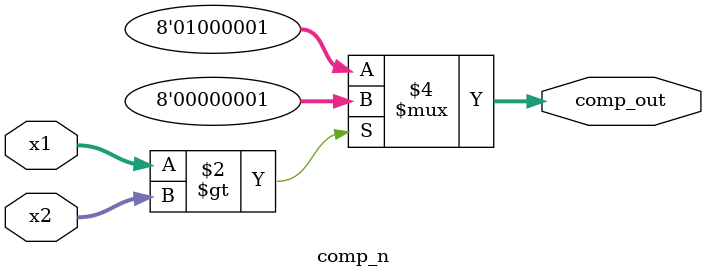
<source format=v>
module comp_n(x1,x2,comp_out);
parameter n=7;
input [n:0]x1,x2;
output reg [n:0]comp_out;
always@(x1 or x2)
begin
   if(x1>x2)
      comp_out=7'b0000001;
   else
      comp_out=7'b1000001;
end
endmodule

</source>
